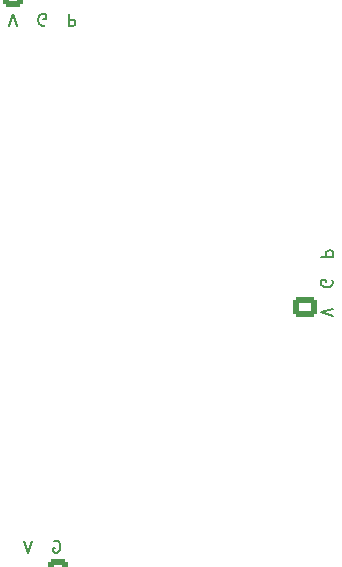
<source format=gbo>
G04 #@! TF.GenerationSoftware,KiCad,Pcbnew,7.0.7*
G04 #@! TF.CreationDate,2023-12-27T16:52:26+01:00*
G04 #@! TF.ProjectId,Roborock-CPAP,526f626f-726f-4636-9b2d-435041502e6b,rev?*
G04 #@! TF.SameCoordinates,Original*
G04 #@! TF.FileFunction,Legend,Bot*
G04 #@! TF.FilePolarity,Positive*
%FSLAX46Y46*%
G04 Gerber Fmt 4.6, Leading zero omitted, Abs format (unit mm)*
G04 Created by KiCad (PCBNEW 7.0.7) date 2023-12-27 16:52:26*
%MOMM*%
%LPD*%
G01*
G04 APERTURE LIST*
G04 Aperture macros list*
%AMRoundRect*
0 Rectangle with rounded corners*
0 $1 Rounding radius*
0 $2 $3 $4 $5 $6 $7 $8 $9 X,Y pos of 4 corners*
0 Add a 4 corners polygon primitive as box body*
4,1,4,$2,$3,$4,$5,$6,$7,$8,$9,$2,$3,0*
0 Add four circle primitives for the rounded corners*
1,1,$1+$1,$2,$3*
1,1,$1+$1,$4,$5*
1,1,$1+$1,$6,$7*
1,1,$1+$1,$8,$9*
0 Add four rect primitives between the rounded corners*
20,1,$1+$1,$2,$3,$4,$5,0*
20,1,$1+$1,$4,$5,$6,$7,0*
20,1,$1+$1,$6,$7,$8,$9,0*
20,1,$1+$1,$8,$9,$2,$3,0*%
G04 Aperture macros list end*
%ADD10C,0.150000*%
%ADD11C,3.600000*%
%ADD12RoundRect,0.250000X0.725000X-0.600000X0.725000X0.600000X-0.725000X0.600000X-0.725000X-0.600000X0*%
%ADD13O,1.950000X1.700000*%
%ADD14RoundRect,0.250000X-0.600000X-0.725000X0.600000X-0.725000X0.600000X0.725000X-0.600000X0.725000X0*%
%ADD15O,1.700000X1.950000*%
%ADD16RoundRect,0.250000X0.600000X0.750000X-0.600000X0.750000X-0.600000X-0.750000X0.600000X-0.750000X0*%
%ADD17O,1.700000X2.000000*%
G04 APERTURE END LIST*
D10*
X152192857Y-73095180D02*
X152526190Y-72095180D01*
X152526190Y-72095180D02*
X152859523Y-73095180D01*
X155240476Y-73047561D02*
X155145238Y-73095180D01*
X155145238Y-73095180D02*
X155002381Y-73095180D01*
X155002381Y-73095180D02*
X154859524Y-73047561D01*
X154859524Y-73047561D02*
X154764286Y-72952323D01*
X154764286Y-72952323D02*
X154716667Y-72857085D01*
X154716667Y-72857085D02*
X154669048Y-72666609D01*
X154669048Y-72666609D02*
X154669048Y-72523752D01*
X154669048Y-72523752D02*
X154716667Y-72333276D01*
X154716667Y-72333276D02*
X154764286Y-72238038D01*
X154764286Y-72238038D02*
X154859524Y-72142800D01*
X154859524Y-72142800D02*
X155002381Y-72095180D01*
X155002381Y-72095180D02*
X155097619Y-72095180D01*
X155097619Y-72095180D02*
X155240476Y-72142800D01*
X155240476Y-72142800D02*
X155288095Y-72190419D01*
X155288095Y-72190419D02*
X155288095Y-72523752D01*
X155288095Y-72523752D02*
X155097619Y-72523752D01*
X157240477Y-72095180D02*
X157240477Y-73095180D01*
X157240477Y-73095180D02*
X157621429Y-73095180D01*
X157621429Y-73095180D02*
X157716667Y-73047561D01*
X157716667Y-73047561D02*
X157764286Y-72999942D01*
X157764286Y-72999942D02*
X157811905Y-72904704D01*
X157811905Y-72904704D02*
X157811905Y-72761847D01*
X157811905Y-72761847D02*
X157764286Y-72666609D01*
X157764286Y-72666609D02*
X157716667Y-72618990D01*
X157716667Y-72618990D02*
X157621429Y-72571371D01*
X157621429Y-72571371D02*
X157240477Y-72571371D01*
X179595180Y-97707142D02*
X178595180Y-97373809D01*
X178595180Y-97373809D02*
X179595180Y-97040476D01*
X179547561Y-94659523D02*
X179595180Y-94754761D01*
X179595180Y-94754761D02*
X179595180Y-94897618D01*
X179595180Y-94897618D02*
X179547561Y-95040475D01*
X179547561Y-95040475D02*
X179452323Y-95135713D01*
X179452323Y-95135713D02*
X179357085Y-95183332D01*
X179357085Y-95183332D02*
X179166609Y-95230951D01*
X179166609Y-95230951D02*
X179023752Y-95230951D01*
X179023752Y-95230951D02*
X178833276Y-95183332D01*
X178833276Y-95183332D02*
X178738038Y-95135713D01*
X178738038Y-95135713D02*
X178642800Y-95040475D01*
X178642800Y-95040475D02*
X178595180Y-94897618D01*
X178595180Y-94897618D02*
X178595180Y-94802380D01*
X178595180Y-94802380D02*
X178642800Y-94659523D01*
X178642800Y-94659523D02*
X178690419Y-94611904D01*
X178690419Y-94611904D02*
X179023752Y-94611904D01*
X179023752Y-94611904D02*
X179023752Y-94802380D01*
X178595180Y-92659522D02*
X179595180Y-92659522D01*
X179595180Y-92659522D02*
X179595180Y-92278570D01*
X179595180Y-92278570D02*
X179547561Y-92183332D01*
X179547561Y-92183332D02*
X179499942Y-92135713D01*
X179499942Y-92135713D02*
X179404704Y-92088094D01*
X179404704Y-92088094D02*
X179261847Y-92088094D01*
X179261847Y-92088094D02*
X179166609Y-92135713D01*
X179166609Y-92135713D02*
X179118990Y-92183332D01*
X179118990Y-92183332D02*
X179071371Y-92278570D01*
X179071371Y-92278570D02*
X179071371Y-92659522D01*
X155978571Y-116752438D02*
X156073809Y-116704819D01*
X156073809Y-116704819D02*
X156216666Y-116704819D01*
X156216666Y-116704819D02*
X156359523Y-116752438D01*
X156359523Y-116752438D02*
X156454761Y-116847676D01*
X156454761Y-116847676D02*
X156502380Y-116942914D01*
X156502380Y-116942914D02*
X156549999Y-117133390D01*
X156549999Y-117133390D02*
X156549999Y-117276247D01*
X156549999Y-117276247D02*
X156502380Y-117466723D01*
X156502380Y-117466723D02*
X156454761Y-117561961D01*
X156454761Y-117561961D02*
X156359523Y-117657200D01*
X156359523Y-117657200D02*
X156216666Y-117704819D01*
X156216666Y-117704819D02*
X156121428Y-117704819D01*
X156121428Y-117704819D02*
X155978571Y-117657200D01*
X155978571Y-117657200D02*
X155930952Y-117609580D01*
X155930952Y-117609580D02*
X155930952Y-117276247D01*
X155930952Y-117276247D02*
X156121428Y-117276247D01*
X154121427Y-116704819D02*
X153788094Y-117704819D01*
X153788094Y-117704819D02*
X153454761Y-116704819D01*
%LPC*%
D11*
X132836798Y-116263203D03*
D12*
X177250000Y-96950000D03*
D13*
X177250000Y-94450000D03*
X177250000Y-91950000D03*
D14*
X152500000Y-70525000D03*
D15*
X155000000Y-70525000D03*
X157500000Y-70525000D03*
D11*
X175263204Y-73836797D03*
D16*
X156300000Y-119275000D03*
D17*
X153800000Y-119275000D03*
%LPD*%
M02*

</source>
